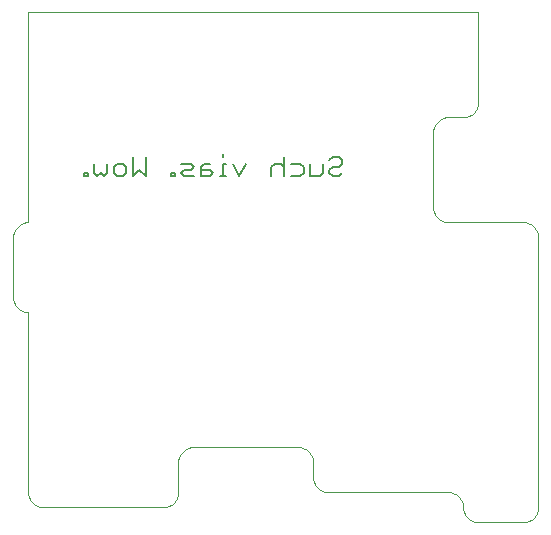
<source format=gbo>
G75*
%MOIN*%
%OFA0B0*%
%FSLAX24Y24*%
%IPPOS*%
%LPD*%
%AMOC8*
5,1,8,0,0,1.08239X$1,22.5*
%
%ADD10C,0.0000*%
%ADD11C,0.0060*%
D10*
X006460Y006058D02*
X010460Y006058D01*
X010504Y006060D01*
X010547Y006066D01*
X010589Y006075D01*
X010631Y006088D01*
X010671Y006105D01*
X010710Y006125D01*
X010747Y006148D01*
X010781Y006175D01*
X010814Y006204D01*
X010843Y006237D01*
X010870Y006271D01*
X010893Y006308D01*
X010913Y006347D01*
X010930Y006387D01*
X010943Y006429D01*
X010952Y006471D01*
X010958Y006514D01*
X010960Y006558D01*
X010960Y007558D01*
X010962Y007602D01*
X010968Y007645D01*
X010977Y007687D01*
X010990Y007729D01*
X011007Y007769D01*
X011027Y007808D01*
X011050Y007845D01*
X011077Y007879D01*
X011106Y007912D01*
X011139Y007941D01*
X011173Y007968D01*
X011210Y007991D01*
X011249Y008011D01*
X011289Y008028D01*
X011331Y008041D01*
X011373Y008050D01*
X011416Y008056D01*
X011460Y008058D01*
X014960Y008058D01*
X015004Y008056D01*
X015047Y008050D01*
X015089Y008041D01*
X015131Y008028D01*
X015171Y008011D01*
X015210Y007991D01*
X015247Y007968D01*
X015281Y007941D01*
X015314Y007912D01*
X015343Y007879D01*
X015370Y007845D01*
X015393Y007808D01*
X015413Y007769D01*
X015430Y007729D01*
X015443Y007687D01*
X015452Y007645D01*
X015458Y007602D01*
X015460Y007558D01*
X015460Y007058D01*
X015462Y007014D01*
X015468Y006971D01*
X015477Y006929D01*
X015490Y006887D01*
X015507Y006847D01*
X015527Y006808D01*
X015550Y006771D01*
X015577Y006737D01*
X015606Y006704D01*
X015639Y006675D01*
X015673Y006648D01*
X015710Y006625D01*
X015749Y006605D01*
X015789Y006588D01*
X015831Y006575D01*
X015873Y006566D01*
X015916Y006560D01*
X015960Y006558D01*
X019960Y006558D01*
X020004Y006556D01*
X020047Y006550D01*
X020089Y006541D01*
X020131Y006528D01*
X020171Y006511D01*
X020210Y006491D01*
X020247Y006468D01*
X020281Y006441D01*
X020314Y006412D01*
X020343Y006379D01*
X020370Y006345D01*
X020393Y006308D01*
X020413Y006269D01*
X020430Y006229D01*
X020443Y006187D01*
X020452Y006145D01*
X020458Y006102D01*
X020460Y006058D01*
X020462Y006014D01*
X020468Y005971D01*
X020477Y005929D01*
X020490Y005887D01*
X020507Y005847D01*
X020527Y005808D01*
X020550Y005771D01*
X020577Y005737D01*
X020606Y005704D01*
X020639Y005675D01*
X020673Y005648D01*
X020710Y005625D01*
X020749Y005605D01*
X020789Y005588D01*
X020831Y005575D01*
X020873Y005566D01*
X020916Y005560D01*
X020960Y005558D01*
X022460Y005558D01*
X022504Y005560D01*
X022547Y005566D01*
X022589Y005575D01*
X022631Y005588D01*
X022671Y005605D01*
X022710Y005625D01*
X022747Y005648D01*
X022781Y005675D01*
X022814Y005704D01*
X022843Y005737D01*
X022870Y005771D01*
X022893Y005808D01*
X022913Y005847D01*
X022930Y005887D01*
X022943Y005929D01*
X022952Y005971D01*
X022958Y006014D01*
X022960Y006058D01*
X022960Y015058D01*
X022958Y015102D01*
X022952Y015145D01*
X022943Y015187D01*
X022930Y015229D01*
X022913Y015269D01*
X022893Y015308D01*
X022870Y015345D01*
X022843Y015379D01*
X022814Y015412D01*
X022781Y015441D01*
X022747Y015468D01*
X022710Y015491D01*
X022671Y015511D01*
X022631Y015528D01*
X022589Y015541D01*
X022547Y015550D01*
X022504Y015556D01*
X022460Y015558D01*
X019960Y015558D01*
X019916Y015560D01*
X019873Y015566D01*
X019831Y015575D01*
X019789Y015588D01*
X019749Y015605D01*
X019710Y015625D01*
X019673Y015648D01*
X019639Y015675D01*
X019606Y015704D01*
X019577Y015737D01*
X019550Y015771D01*
X019527Y015808D01*
X019507Y015847D01*
X019490Y015887D01*
X019477Y015929D01*
X019468Y015971D01*
X019462Y016014D01*
X019460Y016058D01*
X019460Y018558D01*
X019462Y018602D01*
X019468Y018645D01*
X019477Y018687D01*
X019490Y018729D01*
X019507Y018769D01*
X019527Y018808D01*
X019550Y018845D01*
X019577Y018879D01*
X019606Y018912D01*
X019639Y018941D01*
X019673Y018968D01*
X019710Y018991D01*
X019749Y019011D01*
X019789Y019028D01*
X019831Y019041D01*
X019873Y019050D01*
X019916Y019056D01*
X019960Y019058D01*
X020460Y019058D01*
X020504Y019060D01*
X020547Y019066D01*
X020589Y019075D01*
X020631Y019088D01*
X020671Y019105D01*
X020710Y019125D01*
X020747Y019148D01*
X020781Y019175D01*
X020814Y019204D01*
X020843Y019237D01*
X020870Y019271D01*
X020893Y019308D01*
X020913Y019347D01*
X020930Y019387D01*
X020943Y019429D01*
X020952Y019471D01*
X020958Y019514D01*
X020960Y019558D01*
X020960Y022558D01*
X005960Y022558D01*
X005960Y015558D01*
X005916Y015556D01*
X005873Y015550D01*
X005831Y015541D01*
X005789Y015528D01*
X005749Y015511D01*
X005710Y015491D01*
X005673Y015468D01*
X005639Y015441D01*
X005606Y015412D01*
X005577Y015379D01*
X005550Y015345D01*
X005527Y015308D01*
X005507Y015269D01*
X005490Y015229D01*
X005477Y015187D01*
X005468Y015145D01*
X005462Y015102D01*
X005460Y015058D01*
X005460Y013058D01*
X005462Y013014D01*
X005468Y012971D01*
X005477Y012929D01*
X005490Y012887D01*
X005507Y012847D01*
X005527Y012808D01*
X005550Y012771D01*
X005577Y012737D01*
X005606Y012704D01*
X005639Y012675D01*
X005673Y012648D01*
X005710Y012625D01*
X005749Y012605D01*
X005789Y012588D01*
X005831Y012575D01*
X005873Y012566D01*
X005916Y012560D01*
X005960Y012558D01*
X005960Y006558D01*
X005962Y006514D01*
X005968Y006471D01*
X005977Y006429D01*
X005990Y006387D01*
X006007Y006347D01*
X006027Y006308D01*
X006050Y006271D01*
X006077Y006237D01*
X006106Y006204D01*
X006139Y006175D01*
X006173Y006148D01*
X006210Y006125D01*
X006249Y006105D01*
X006289Y006088D01*
X006331Y006075D01*
X006373Y006066D01*
X006416Y006060D01*
X006460Y006058D01*
D11*
X007837Y017088D02*
X007944Y017088D01*
X007944Y017195D01*
X007837Y017195D01*
X007837Y017088D01*
X008161Y017195D02*
X008161Y017515D01*
X008161Y017195D02*
X008268Y017088D01*
X008375Y017195D01*
X008481Y017088D01*
X008588Y017195D01*
X008588Y017515D01*
X008806Y017408D02*
X008912Y017515D01*
X009126Y017515D01*
X009233Y017408D01*
X009233Y017195D01*
X009126Y017088D01*
X008912Y017088D01*
X008806Y017195D01*
X008806Y017408D01*
X009450Y017088D02*
X009450Y017729D01*
X009877Y017729D02*
X009877Y017088D01*
X009664Y017302D01*
X009450Y017088D01*
X010737Y017088D02*
X010844Y017088D01*
X010844Y017195D01*
X010737Y017195D01*
X010737Y017088D01*
X011062Y017195D02*
X011168Y017302D01*
X011382Y017302D01*
X011489Y017408D01*
X011382Y017515D01*
X011062Y017515D01*
X011062Y017195D02*
X011168Y017088D01*
X011489Y017088D01*
X011706Y017088D02*
X012026Y017088D01*
X012133Y017195D01*
X012026Y017302D01*
X011706Y017302D01*
X011706Y017408D02*
X011706Y017088D01*
X012349Y017088D02*
X012563Y017088D01*
X012456Y017088D02*
X012456Y017515D01*
X012563Y017515D01*
X012780Y017515D02*
X012994Y017088D01*
X013207Y017515D01*
X012456Y017729D02*
X012456Y017835D01*
X012026Y017515D02*
X011813Y017515D01*
X011706Y017408D01*
X014070Y017408D02*
X014070Y017088D01*
X014497Y017088D02*
X014497Y017729D01*
X014390Y017515D02*
X014176Y017515D01*
X014070Y017408D01*
X014390Y017515D02*
X014497Y017408D01*
X014714Y017515D02*
X015034Y017515D01*
X015141Y017408D01*
X015141Y017195D01*
X015034Y017088D01*
X014714Y017088D01*
X015359Y017088D02*
X015359Y017515D01*
X015786Y017515D02*
X015786Y017195D01*
X015679Y017088D01*
X015359Y017088D01*
X016003Y017195D02*
X016110Y017088D01*
X016323Y017088D01*
X016430Y017195D01*
X016323Y017408D02*
X016110Y017408D01*
X016003Y017302D01*
X016003Y017195D01*
X016323Y017408D02*
X016430Y017515D01*
X016430Y017622D01*
X016323Y017729D01*
X016110Y017729D01*
X016003Y017622D01*
M02*

</source>
